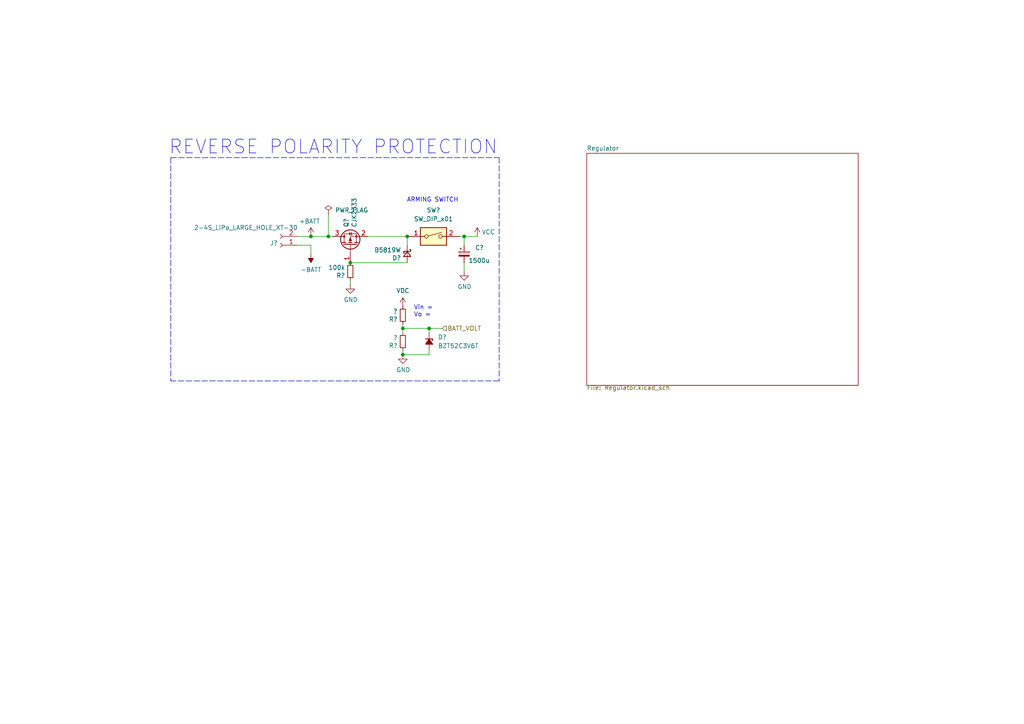
<source format=kicad_sch>
(kicad_sch (version 20211123) (generator eeschema)
  (paper "A4")
  (lib_symbols
    (symbol "Connector:Conn_01x02_Female" (pin_names (offset 1.016) hide)
      (property "Reference" "J" (at 0 2.54 0))
      (property "Value" "Conn_01x02_Female" (at 0 -5.08 0))
      (symbol "Conn_01x02_Female_1_1"
        (arc (start 0 -2.032) (mid -0.508 -2.54) (end 0 -3.048) (stroke (width 0.1524)))
        (polyline (pts (xy -1.27 -2.54) (xy -0.508 -2.54)) (stroke (width 0.1524)))
        (polyline (pts (xy -1.27 0) (xy -0.508 0)) (stroke (width 0.1524)))
        (arc (start 0 0.508) (mid -0.508 0) (end 0 -0.508) (stroke (width 0.1524)))
        (pin passive line (at -5.08 0 0) (length 3.81) (name "Pin_1") (number "1"))
        (pin passive line (at -5.08 -2.54 0) (length 3.81) (name "Pin_2") (number "2"))
      )
    )
    (symbol "Device:C_Polarized_Small" (pin_numbers hide) (pin_names (offset 0.254) hide)
      (property "Reference" "C" (at 0.254 1.778 0))
      (property "Value" "C_Polarized_Small" (at 0.254 -2.032 0))
      (symbol "C_Polarized_Small_0_1"
        (rectangle (start -1.524 -0.3048) (end 1.524 -0.6858) (fill (type outline)))
        (rectangle (start -1.524 0.6858) (end 1.524 0.3048))
        (polyline (pts (xy -1.27 1.524) (xy -0.762 1.524)))
        (polyline (pts (xy -1.016 1.27) (xy -1.016 1.778)))
      )
      (symbol "C_Polarized_Small_1_1"
        (pin passive line (at 0 2.54 270) (length 1.8542) (name "~") (number "1"))
        (pin passive line (at 0 -2.54 90) (length 1.8542) (name "~") (number "2"))
      )
    )
    (symbol "Device:D_Schottky_Small" (pin_numbers hide) (pin_names (offset 0.254) hide)
      (property "Reference" "D" (at -1.27 2.032 0))
      (property "Value" "D_Schottky_Small" (at -7.112 -2.032 0))
      (symbol "D_Schottky_Small_0_1"
        (polyline (pts (xy -0.762 0) (xy 0.762 0)))
        (polyline (pts (xy 0.762 -1.016) (xy -0.762 0) (xy 0.762 1.016) (xy 0.762 -1.016)) (stroke (width 0.254)))
        (polyline (pts (xy -1.27 0.762) (xy -1.27 1.016) (xy -0.762 1.016) (xy -0.762 -1.016) (xy -0.254 -1.016) (xy -0.254 -0.762)) (stroke (width 0.254)))
      )
      (symbol "D_Schottky_Small_1_1"
        (pin passive line (at -2.54 0 0) (length 1.778) (name "K") (number "1"))
        (pin passive line (at 2.54 0 180) (length 1.778) (name "A") (number "2"))
      )
    )
    (symbol "Device:D_Zener_Small_Filled" (pin_numbers hide) (pin_names (offset 0.254) hide)
      (property "Reference" "D" (at 0 2.286 0))
      (property "Value" "D_Zener_Small_Filled" (at 0 -2.286 0))
      (symbol "D_Zener_Small_Filled_0_1"
        (polyline (pts (xy 0.762 0) (xy -0.762 0)))
        (polyline (pts (xy -0.254 1.016) (xy -0.762 1.016) (xy -0.762 -1.016)) (stroke (width 0.254)))
        (polyline (pts (xy 0.762 1.016) (xy -0.762 0) (xy 0.762 -1.016) (xy 0.762 1.016)) (stroke (width 0.254)) (fill (type outline)))
      )
      (symbol "D_Zener_Small_Filled_1_1"
        (pin passive line (at -2.54 0 0) (length 1.778) (name "K") (number "1"))
        (pin passive line (at 2.54 0 180) (length 1.778) (name "A") (number "2"))
      )
    )
    (symbol "Device:R_Small" (pin_numbers hide) (pin_names (offset 0.254) hide)
      (property "Reference" "R" (at 0.762 0.508 0))
      (property "Value" "R_Small" (at 0.762 -1.016 0))
      (symbol "R_Small_0_1"
        (rectangle (start -0.762 1.778) (end 0.762 -1.778) (stroke (width 0.2032)))
      )
      (symbol "R_Small_1_1"
        (pin passive line (at 0 2.54 270) (length 0.762) (name "~") (number "1"))
        (pin passive line (at 0 -2.54 90) (length 0.762) (name "~") (number "2"))
      )
    )
    (symbol "Switch:SW_DIP_x01" (pin_names (offset 0) hide)
      (property "Reference" "SW" (at 0 3.81 0))
      (property "Value" "SW_DIP_x01" (at 0 -3.81 0))
      (symbol "SW_DIP_x01_0_0"
        (circle (center -2.032 0) (radius 0.508))
        (polyline (pts (xy -1.524 0.127) (xy 2.3622 1.1684)))
        (circle (center 2.032 0) (radius 0.508))
      )
      (symbol "SW_DIP_x01_0_1"
        (rectangle (start -3.81 2.54) (end 3.81 -2.54) (stroke (width 0.254)) (fill (type background)))
      )
      (symbol "SW_DIP_x01_1_1"
        (pin passive line (at -7.62 0 0) (length 5.08) (name "~") (number "1"))
        (pin passive line (at 7.62 0 180) (length 5.08) (name "~") (number "2"))
      )
    )
    (symbol "Transistor_FET:Si2319CDS" (pin_names hide)
      (property "Reference" "Q" (at 5.08 1.905 0))
      (property "Value" "Si2319CDS" (at 5.08 0 0))
      (symbol "Si2319CDS_0_1"
        (polyline (pts (xy 0.254 0) (xy -2.54 0)))
        (polyline (pts (xy 0.254 1.905) (xy 0.254 -1.905)) (stroke (width 0.254)))
        (polyline (pts (xy 0.762 -1.27) (xy 0.762 -2.286)) (stroke (width 0.254)))
        (polyline (pts (xy 0.762 0.508) (xy 0.762 -0.508)) (stroke (width 0.254)))
        (polyline (pts (xy 0.762 2.286) (xy 0.762 1.27)) (stroke (width 0.254)))
        (polyline (pts (xy 2.54 2.54) (xy 2.54 1.778)))
        (polyline (pts (xy 2.54 -2.54) (xy 2.54 0) (xy 0.762 0)))
        (polyline (pts (xy 0.762 1.778) (xy 3.302 1.778) (xy 3.302 -1.778) (xy 0.762 -1.778)))
        (polyline (pts (xy 2.286 0) (xy 1.27 0.381) (xy 1.27 -0.381) (xy 2.286 0)) (fill (type outline)))
        (polyline (pts (xy 2.794 -0.508) (xy 2.921 -0.381) (xy 3.683 -0.381) (xy 3.81 -0.254)))
        (polyline (pts (xy 3.302 -0.381) (xy 2.921 0.254) (xy 3.683 0.254) (xy 3.302 -0.381)))
        (circle (center 1.651 0) (radius 2.794) (stroke (width 0.254)))
        (circle (center 2.54 -1.778) (radius 0.254) (fill (type outline)))
        (circle (center 2.54 1.778) (radius 0.254) (fill (type outline)))
      )
      (symbol "Si2319CDS_1_1"
        (pin input line (at -5.08 0 0) (length 2.54) (name "G") (number "1"))
        (pin passive line (at 2.54 -5.08 90) (length 2.54) (name "S") (number "2"))
        (pin passive line (at 2.54 5.08 270) (length 2.54) (name "D") (number "3"))
      )
    )
    (symbol "power:+BATT" (power) (pin_names (offset 0))
      (property "Value" "+BATT" (at 0 3.556 0))
      (symbol "+BATT_0_1"
        (polyline (pts (xy -0.762 1.27) (xy 0 2.54)))
        (polyline (pts (xy 0 0) (xy 0 2.54)))
        (polyline (pts (xy 0 2.54) (xy 0.762 1.27)))
      )
      (symbol "+BATT_1_1"
        (pin power_in line (at 0 0 90) (length 0) hide (name "+BATT") (number "1"))
      )
    )
    (symbol "power:-BATT" (power) (pin_names (offset 0))
      (property "Value" "-BATT" (at 0 3.556 0))
      (symbol "-BATT_0_1"
        (polyline (pts (xy 0 0) (xy 0 2.54)))
        (polyline (pts (xy 0.762 1.27) (xy -0.762 1.27) (xy 0 2.54) (xy 0.762 1.27)) (fill (type outline)))
      )
      (symbol "-BATT_1_1"
        (pin power_in line (at 0 0 90) (length 0) hide (name "-BATT") (number "1"))
      )
    )
    (symbol "power:GND" (power) (pin_names (offset 0))
      (property "Value" "GND" (at 0 -3.81 0))
      (symbol "GND_0_1"
        (polyline (pts (xy 0 0) (xy 0 -1.27) (xy 1.27 -1.27) (xy 0 -2.54) (xy -1.27 -1.27) (xy 0 -1.27)))
      )
      (symbol "GND_1_1"
        (pin power_in line (at 0 0 270) (length 0) hide (name "GND") (number "1"))
      )
    )
    (symbol "power:PWR_FLAG" (power) (pin_numbers hide) (pin_names (offset 0) hide)
      (property "Value" "PWR_FLAG" (at 0 3.81 0))
      (symbol "PWR_FLAG_0_0"
        (pin power_out line (at 0 0 90) (length 0) (name "pwr") (number "1"))
      )
      (symbol "PWR_FLAG_0_1"
        (polyline (pts (xy 0 0) (xy 0 1.27) (xy -1.016 1.905) (xy 0 2.54) (xy 1.016 1.905) (xy 0 1.27)))
      )
    )
    (symbol "power:VCC" (power) (pin_names (offset 0))
      (property "Value" "VCC" (at 0 3.81 0))
      (symbol "VCC_0_1"
        (polyline (pts (xy -0.762 1.27) (xy 0 2.54)))
        (polyline (pts (xy 0 0) (xy 0 2.54)))
        (polyline (pts (xy 0 2.54) (xy 0.762 1.27)))
      )
      (symbol "VCC_1_1"
        (pin power_in line (at 0 0 90) (length 0) hide (name "VCC") (number "1"))
      )
    )
    (symbol "power:VDC" (power) (pin_names (offset 0))
      (property "Value" "VDC" (at 0 6.35 0))
      (symbol "VDC_0_1"
        (polyline (pts (xy -0.762 1.27) (xy 0 2.54)))
        (polyline (pts (xy 0 0) (xy 0 2.54)))
        (polyline (pts (xy 0 2.54) (xy 0.762 1.27)))
      )
      (symbol "VDC_1_1"
        (pin power_in line (at 0 0 90) (length 0) hide (name "VDC") (number "1"))
      )
    )
  )
  (junction (at 134.62 68.58))
  (junction (at 124.46 95.25))
  (junction (at 90.17 68.58))
  (junction (at 116.84 95.25))
  (junction (at 118.11 68.58))
  (junction (at 95.25 68.58))
  (junction (at 116.84 102.87))
  (junction (at 101.6 76.2))
  (polyline (pts (xy 49.53 45.72) (xy 49.53 110.49)))
  (wire (pts (xy 95.25 62.23) (xy 95.25 68.58)))
  (polyline (pts (xy 49.53 45.72) (xy 144.78 45.72)))
  (wire (pts (xy 134.62 68.58) (xy 138.43 68.58)))
  (wire (pts (xy 101.6 76.2) (xy 118.11 76.2)))
  (wire (pts (xy 116.84 95.25) (xy 116.84 96.52)))
  (wire (pts (xy 124.46 102.87) (xy 124.46 101.6)))
  (wire (pts (xy 95.25 68.58) (xy 96.52 68.58)))
  (wire (pts (xy 90.17 68.58) (xy 86.36 68.58)))
  (wire (pts (xy 101.6 81.28) (xy 101.6 82.55)))
  (wire (pts (xy 118.11 68.58) (xy 118.11 71.12)))
  (wire (pts (xy 116.84 95.25) (xy 124.46 95.25)))
  (wire (pts (xy 116.84 93.98) (xy 116.84 95.25)))
  (wire (pts (xy 106.68 68.58) (xy 118.11 68.58)))
  (wire (pts (xy 124.46 95.25) (xy 128.27 95.25)))
  (wire (pts (xy 134.62 76.2) (xy 134.62 78.74)))
  (wire (pts (xy 90.17 71.12) (xy 86.36 71.12)))
  (wire (pts (xy 90.17 71.12) (xy 90.17 73.66)))
  (polyline (pts (xy 144.78 110.49) (xy 49.53 110.49)))
  (wire (pts (xy 124.46 96.52) (xy 124.46 95.25)))
  (wire (pts (xy 90.17 68.58) (xy 95.25 68.58)))
  (wire (pts (xy 134.62 68.58) (xy 134.62 71.12)))
  (wire (pts (xy 116.84 102.87) (xy 124.46 102.87)))
  (polyline (pts (xy 144.78 45.72) (xy 144.78 110.49)))
  (wire (pts (xy 133.35 68.58) (xy 134.62 68.58)))
  (wire (pts (xy 116.84 101.6) (xy 116.84 102.87)))
  (text "Vin = \nVo = " (at 120.015 92.075 0) (effects (font (size 1.27 1.27)) (justify left bottom)))
  (text "ARMING SWITCH" (at 117.983 58.801 0) (effects (font (size 1.27 1.27)) (justify left bottom)))
  (text "REVERSE POLARITY PROTECTION" (at 48.895 45.085 0) (effects (font (size 3.9878 3.9878)) (justify left bottom)))
  (hierarchical_label "BATT_VOLT" (shape input) (at 128.27 95.25 0))
  (symbol (lib_id "power:VCC") (at 138.43 68.58 0) (unit 1)
    (property "Reference" "#PWR?" (effects hide))
    (property "Value" "VCC" (at 139.7 67.31 0) (effects (justify left)))
  )
  (symbol (lib_id "power:PWR_FLAG") (at 95.25 62.23 0) (unit 1)
    (property "Reference" "#FLG?" (effects hide))
    (property "Value" "PWR_FLAG" (at 97.155 60.9599 0) (effects (justify left)))
  )
  (symbol (lib_id "Device:C_Polarized_Small") (at 134.62 73.66 0) (unit 1)
    (property "Reference" "C?" (at 137.795 71.8438 0) (effects (justify left)))
    (property "Value" "1500u" (at 135.89 75.565 0) (effects (justify left)))
    (property "Footprint" "Capacitor_THT:C_Radial_D8.0mm_H11.5mm_P3.50mm" (effects hide))
    (property "LCSC#" "C248440" (effects hide))
  )
  (symbol (lib_id "Device:R_Small") (at 116.84 99.06 180) (unit 1)
    (property "Reference" "R?" (at 115.3414 100.2284 0) (effects (justify left)))
    (property "Value" "?" (at 115.3414 97.917 0) (effects (justify left)))
    (property "Footprint" "Resistor_SMD:R_0603_1608Metric" (effects hide))
    (property "LCSC#" "C105579" (effects hide))
  )
  (symbol (lib_id "Device:R_Small") (at 116.84 91.44 180) (unit 1)
    (property "Reference" "R?" (at 115.3414 92.6084 0) (effects (justify left)))
    (property "Value" "?" (at 115.3414 90.297 0) (effects (justify left)))
    (property "Footprint" "Resistor_SMD:R_0603_1608Metric" (effects hide))
    (property "LCSC#" "C137796" (effects hide))
  )
  (symbol (lib_id "Device:D_Schottky_Small") (at 118.11 73.66 270) (unit 1)
    (property "Reference" "D?" (at 116.332 74.8284 90) (effects (justify right)))
    (property "Value" "B5819W" (at 116.332 72.517 90) (effects (justify right)))
    (property "Footprint" "Diode_SMD:D_SOD-123" (effects hide))
    (property "Datasheet" "https://datasheet.lcsc.com/lcsc/2201121730_Xirun-Semiconductor-B5819W_C2936485.pdf" (effects hide))
  )
  (symbol (lib_id "power:GND") (at 134.62 78.74 0) (unit 1)
    (property "Reference" "#PWR?" (effects hide))
    (property "Value" "GND" (at 134.747 83.1342 0))
  )
  (symbol (lib_id "Device:D_Zener_Small_Filled") (at 124.46 99.06 270) (unit 1)
    (property "Reference" "D?" (at 127 97.7899 90) (effects (justify left)))
    (property "Value" "BZT52C3V6T" (at 127 100.3299 90) (effects (justify left)))
    (property "Footprint" "Diode_SMD:D_SOD-523" (effects hide))
    (property "Datasheet" "https://datasheet.lcsc.com/lcsc/2108150230_MDD-Microdiode-Electronics--BZT52C3V6T_C2858499.pdf" (effects hide))
    (property "LCSC#" "C2858499" (effects hide))
  )
  (symbol (lib_id "power:GND") (at 116.84 102.87 0) (unit 1)
    (property "Reference" "#PWR?" (effects hide))
    (property "Value" "GND" (at 116.967 107.2642 0))
  )
  (symbol (lib_id "power:-BATT") (at 90.17 73.66 180) (unit 1)
    (property "Reference" "#PWR?" (effects hide))
    (property "Value" "-BATT" (at 90.17 78.2226 0))
  )
  (symbol (lib_id "power:VDC") (at 116.84 88.9 0) (unit 1)
    (property "Reference" "#PWR?" (effects hide))
    (property "Value" "VDC" (at 116.84 84.328 0))
  )
  (symbol (lib_id "Connector:Conn_01x02_Female") (at 81.28 71.12 180) (unit 1)
    (property "Reference" "J?" (at 80.5688 70.5104 0) (effects (justify left)))
    (property "Value" "2-4S_LiPo_LARGE_HOLE_XT-30" (at 86.36 66.04 0) (effects (justify left)))
    (property "Footprint" "Connector_AMASS:AMASS_XT30PW-M_1x02_P2.50mm_Horizontal" (effects hide))
  )
  (symbol (lib_id "Switch:SW_DIP_x01") (at 125.73 68.58 0) (unit 1)
    (property "Reference" "SW?" (at 125.73 60.96 0))
    (property "Value" "SW_DIP_x01" (at 125.73 63.5 0))
    (property "Footprint" "Footprints:SM02BGHSTBLFSN" (effects hide))
  )
  (symbol (lib_id "power:GND") (at 101.6 82.55 0) (unit 1)
    (property "Reference" "#PWR?" (effects hide))
    (property "Value" "GND" (at 101.727 86.9442 0))
  )
  (symbol (lib_id "Transistor_FET:Si2319CDS") (at 101.6 71.12 90) (unit 1)
    (property "Reference" "Q?" (at 100.4316 65.9384 0) (effects (justify left)))
    (property "Value" "CJK2333" (at 102.743 65.9384 0) (effects (justify left)))
    (property "Footprint" "Package_TO_SOT_SMD:SOT-23" (effects hide))
    (property "Datasheet" "https://datasheet.lcsc.com/lcsc/2010190933_Jiangsu-Changjing-Electronics-Technology-Co---Ltd--CJK2333_C504109.pdf" (effects hide))
    (property "LCSC#" "C504109" (effects hide))
  )
  (symbol (lib_id "power:+BATT") (at 90.17 68.58 0) (mirror y) (unit 1)
    (property "Reference" "#PWR?" (effects hide))
    (property "Value" "+BATT" (at 89.789 64.1858 0))
  )
  (symbol (lib_id "Device:R_Small") (at 101.6 78.74 180) (unit 1)
    (property "Reference" "R?" (at 100.1014 79.9084 0) (effects (justify left)))
    (property "Value" "100k" (at 100.1014 77.597 0) (effects (justify left)))
    (property "Footprint" "Resistor_SMD:R_0603_1608Metric" (effects hide))
  )
  (sheet (at 170.18 44.45) (size 78.74 67.31) (stroke (width 0.1524))
    (property "Sheet name" "Regulator" (at 170.18 43.7384 0) (effects (justify left bottom)))
    (property "Sheet file" "Regulator.kicad_sch" (at 170.18 111.7096 0) (effects (justify left top)))
  )
)
</source>
